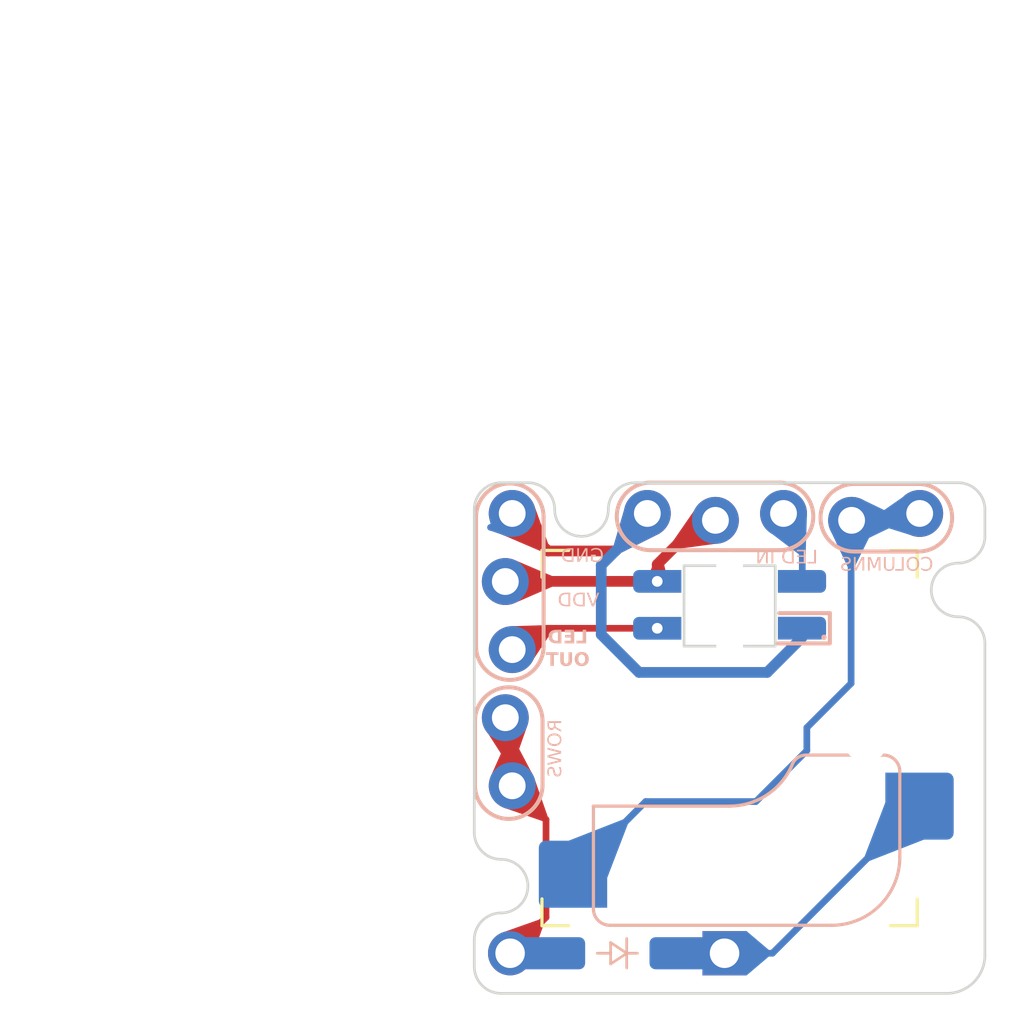
<source format=kicad_pcb>
(kicad_pcb (version 20221018) (generator pcbnew)
  (layers (0 "F.Cu" signal) (31 "B.Cu" signal) (34 "B.Paste" user) (35 "F.Paste" user) (36 "B.SilkS" user "B.Silkscreen") (37 "F.SilkS" user "F.Silkscreen") (38 "B.Mask" user) (39 "F.Mask" user) (44 "Edge.Cuts" user))
  (net 0 "")
  (net 1 "/Row")
  (net 2 "/Column")
  (net 3 "GND")
  (net 4 "Net-(J1-Pin_3)")
  (net 5 "Net-(J2-Pin_3)")
  (net 6 "VDD")
  (net 7 "Net-(D1-K)")
  (footprint "Amoeba_executive_footprints:amoeba_executive_5pinn_conn" (layer "F.Cu") (at 173.47 82.1 -90)
    (fp_text reference "J2" hide)
    (fp_text value "Conn_01x04_MountingPin" hide)
    (pad "1" thru_hole circle (at -5.08 -0.1286 90) (size 1.75 1.75) (drill 1) (layers "*.Cu" "F.Mask") (net 3 "GND"))
    (pad "2" thru_hole circle (at -2.54 0.1286 90) (size 1.75 1.75) (drill 1) (layers "*.Cu" "F.Mask") (net 6 "VDD"))
    (pad "3" thru_hole circle (at 0 -0.1286 90) (size 1.75 1.75) (drill 1) (layers "*.Cu" "F.Mask") (net 5 "Net-(J2-Pin_3)"))
    (pad "4" thru_hole circle (at 2.54 0.1286 90) (size 1.75 1.75) (drill 1) (layers "*.Cu" "F.Mask") (net 1 "/Row"))
    (pad "5" thru_hole circle (at 5.08 -0.1286 90) (size 1.75 1.75) (drill 1) (layers "*.Cu" "F.Mask") (net 1 "/Row"))
  )
  (footprint "Amoeba_executive_footprints:amoeba_executive_5pinn_conn" (layer "F.Cu") (at 183.72 77.1486)
    (fp_text reference "J1" hide)
    (fp_text value "Conn_01x04_MountingPin" hide)
    (pad "1" thru_hole circle (at -5.08 -0.1286 180) (size 1.75 1.75) (drill 1) (layers "*.Cu" "F.Mask") (net 3 "GND"))
    (pad "2" thru_hole circle (at -2.54 0.1286 180) (size 1.75 1.75) (drill 1) (layers "*.Cu" "F.Mask") (net 6 "VDD"))
    (pad "3" thru_hole circle (at 0 -0.1286 180) (size 1.75 1.75) (drill 1) (layers "*.Cu" "F.Mask") (net 4 "Net-(J1-Pin_3)"))
    (pad "4" thru_hole circle (at 2.54 0.1286 180) (size 1.75 1.75) (drill 1) (layers "*.Cu" "F.Mask") (net 2 "/Column"))
    (pad "5" thru_hole circle (at 5.08 -0.1286 180) (size 1.75 1.75) (drill 1) (layers "*.Cu" "F.Mask") (net 2 "/Column"))
  )
  (footprint "Amoeba_executive_footprints:Amoeba_MountingHole_2.2mm_M2_DIN965_Pad_TopOnly" (layer "F.Cu") (at 189.7837 93.4739)
    (fp_text reference "REF**" hide)
    (fp_text value "Amoeba_MountingHole_2.2mm_M2_DIN965_Pad_TopOnly" hide)
    (pad "" np_thru_hole circle (at 0 0) (size 2.1 2.1) (drill 2.1) (layers "F&B.Cu" "*.Mask"))
  )
  (footprint "ergodonk_kicad_library:2.54 gird" (layer "F.Cu") (at 178.68 86.5)
    (fp_text reference "REF**" hide)
    (fp_text value "2.54 gird" hide)
  )
  (footprint "Amoeba_executive_footprints:amoeba_executive_V4" (layer "F.Cu") (at 181.7087 85.3989)
    (fp_text reference "SW1" hide)
    (fp_text value "SW_PUSH_LED")
    (fp_line (start -5.08 2.54) (end -5.08 2.54) (stroke (width 0.12)) (layer "B.SilkS"))
    (fp_line (start -5.08 2.54) (end -5.08 2.54) (stroke (width 0.12)) (layer "B.SilkS"))
    (fp_line (start -5.08 6.36) (end -5.08 2.54) (stroke (width 0.12)) (layer "B.SilkS"))
    (fp_line (start -4.46 6.985) (end 3.81 6.985) (stroke (width 0.12)) (layer "B.SilkS"))
    (fp_line (start 0 2.54) (end -5.08 2.54) (stroke (width 0.12)) (layer "B.SilkS"))
    (fp_line (start 0 2.54) (end 0 2.54) (stroke (width 0.12)) (layer "B.SilkS"))
    (fp_line (start 1.8005 -3.529865) (end 3.7245 -3.529865) (stroke (width 0.15)) (layer "B.SilkS"))
    (fp_line (start 2.86 0.635) (end 5.72 0.635) (stroke (width 0.12)) (layer "B.SilkS"))
    (fp_line (start 3.7405 -4.659865) (end 1.8465 -4.659865) (stroke (width 0.15)) (layer "B.SilkS"))
    (fp_line (start 3.7405 -3.529865) (end 3.7405 -4.659865) (stroke (width 0.15)) (layer "B.SilkS"))
    (fp_line (start 3.81 6.985) (end 3.81 6.985) (stroke (width 0.12)) (layer "B.SilkS"))
    (fp_line (start 6.35 1.25) (end 6.35 4.445) (stroke (width 0.12)) (layer "B.SilkS"))
    (fp_line (start 6.35 4.445) (end 6.35 4.445) (stroke (width 0.12)) (layer "B.SilkS"))
    (fp_arc (start -4.465 6.985) (mid -4.899871 6.804871) (end -5.08 6.37) (stroke (width 0.12)) (layer "B.SilkS"))
    (fp_arc (start 2.34 0.98) (mid 1.405313 2.11213) (end 0 2.536928) (stroke (width 0.12)) (layer "B.SilkS"))
    (fp_arc (start 2.34 0.98) (mid 2.547384 0.727888) (end 2.859999 0.633863) (stroke (width 0.12)) (layer "B.SilkS"))
    (fp_arc (start 5.735129 0.635) (mid 6.170006 0.815123) (end 6.350129 1.25) (stroke (width 0.12)) (layer "B.SilkS"))
    (fp_arc (start 6.35 4.445) (mid 5.606051 6.241051) (end 3.81 6.985) (stroke (width 0.12)) (layer "B.SilkS"))
    (fp_circle (center 3.5205 -3.759865) (end 3.6205 -3.759865) (fill solid) (layer "B.SilkS"))
    (fp_line (start -7 -7) (end -7 -6) (stroke (width 0.12)) (layer "F.SilkS"))
    (fp_line (start -7 -7) (end -6 -7) (stroke (width 0.12)) (layer "F.SilkS"))
    (fp_line (start -7 7) (end -7 6) (stroke (width 0.12)) (layer "F.SilkS"))
    (fp_line (start -6 7) (end -7 7) (stroke (width 0.12)) (layer "F.SilkS"))
    (fp_line (start 7 -7) (end 6 -7) (stroke (width 0.12)) (layer "F.SilkS"))
    (fp_line (start 7 -6) (end 7 -7) (stroke (width 0.12)) (layer "F.SilkS"))
    (fp_line (start 7 6) (end 7 7) (stroke (width 0.12)) (layer "F.SilkS"))
    (fp_line (start 7 7) (end 6 7) (stroke (width 0.12)) (layer "F.SilkS"))
    (fp_line (start -1.6995 -6.429865) (end -1.6995 -3.429865) (stroke (width 0.1)) (layer "Edge.Cuts"))
    (fp_line (start 1.7005 -6.429865) (end -1.6995 -6.429865) (stroke (width 0.1)) (layer "Edge.Cuts"))
    (fp_line (start 1.7005 -3.429865) (end -1.6995 -3.429865) (stroke (width 0.1)) (layer "Edge.Cuts"))
    (fp_line (start 1.7005 -3.429865) (end 1.7005 -6.429865) (stroke (width 0.1)) (layer "Edge.Cuts"))
    (pad "" np_thru_hole circle locked (at -5.08 0 180) (size 1.75 1.75) (drill 1.75) (layers "*.Cu" "*.Mask"))
    (pad "" np_thru_hole circle locked (at -5.08 0 180) (size 1.75 1.75) (drill 1.75) (layers "*.Cu" "*.Mask"))
    (pad "" np_thru_hole circle locked (at -2.54 5.08 180) (size 3 3) (drill 3) (layers "*.Cu" "*.Mask"))
    (pad "" np_thru_hole circle locked (at 0 0 180) (size 3.9878 3.9878) (drill 3.9878) (layers "*.Cu" "*.Mask"))
    (pad "" np_thru_hole circle locked (at 0 0 180) (size 3.9878 3.9878) (drill 3.9878) (layers "*.Cu" "*.Mask"))
    (pad "" np_thru_hole circle locked (at 0.0005 -6.429865 180) (size 1 1) (drill 1) (layers "F&B.Cu" "*.Mask"))
    (pad "" np_thru_hole circle locked (at 0.0005 -3.430135 180) (size 1 1) (drill 1) (layers "F&B.Cu" "*.Mask"))
    (pad "" np_thru_hole circle locked (at 3.81 2.54 180) (size 3 3) (drill 3) (layers "*.Cu" "*.Mask"))
    (pad "" np_thru_hole circle locked (at 5.08 0 180) (size 1.75 1.75) (drill 1.75) (layers "*.Cu" "*.Mask"))
    (pad "" np_thru_hole circle locked (at 5.08 0 180) (size 1.75 1.75) (drill 1.75) (layers "*.Cu" "*.Mask"))
    (pad "1" smd custom locked (at -2.6995 -5.844865) (size 0.85 0.85) (layers "B.Cu") (net 6 "VDD") (clearance 0.2) (options (clearance outline) (anchor circle)) (primitives (gr_poly (pts (xy -0.9 -0.2125) (xy -0.883824 -0.29382) (xy -0.83776 -0.36276) (xy -0.76882 -0.408824) (xy -0.6875 -0.425) (xy 0.9 -0.425) (xy 0.9 0.425) (xy -0.6875 0.425) (xy -0.76882 0.408824) (xy -0.83776 0.36276) (xy -0.883824 0.29382) (xy -0.9 0.2125)) (width 0) (fill yes))))
    (pad "2" smd custom locked (at -2.6995 -4.094865 180) (size 0.85 0.85) (layers "B.Cu") (net 5 "Net-(J2-Pin_3)") (clearance 0.2) (options (clearance outline) (anchor circle)) (primitives (gr_poly (pts (xy -0.9 -0.425) (xy 0.6875 -0.425) (xy 0.76882 -0.408824) (xy 0.83776 -0.36276) (xy 0.883824 -0.29382) (xy 0.9 -0.2125) (xy 0.9 0.2125) (xy 0.883824 0.29382) (xy 0.83776 0.36276) (xy 0.76882 0.408824) (xy 0.6875 0.425) (xy -0.9 0.425)) (width 0) (fill yes))))
    (pad "3" smd custom locked (at 2.7005 -4.099865 180) (size 0.85 0.85) (layers "B.Cu") (net 3 "GND") (clearance 0.2) (options (clearance outline) (anchor circle)) (primitives (gr_poly (pts (xy 0.9 -0.425) (xy -0.6875 -0.425) (xy -0.76882 -0.408824) (xy -0.83776 -0.36276) (xy -0.883824 -0.29382) (xy -0.9 -0.2125) (xy -0.9 0.2125) (xy -0.883824 0.29382) (xy -0.83776 0.36276) (xy -0.76882 0.408824) (xy -0.6875 0.425) (xy 0.9 0.425)) (width 0) (fill yes))))
    (pad "4" smd custom locked (at 2.7005 -5.844865) (size 0.85 0.85) (layers "B.Cu") (net 4 "Net-(J1-Pin_3)") (clearance 0.2) (options (clearance outline) (anchor circle)) (primitives (gr_poly (pts (xy -0.9 -0.425) (xy 0.6875 -0.425) (xy 0.76882 -0.408824) (xy 0.83776 -0.36276) (xy 0.883824 -0.29382) (xy 0.9 -0.2125) (xy 0.9 0.2125) (xy 0.883824 0.29382) (xy 0.83776 0.36276) (xy 0.76882 0.408824) (xy 0.6875 0.425) (xy -0.9 0.425)) (width 0) (fill yes))))
    (pad "5" smd roundrect locked (at 7.085 2.54 180) (size 2.55 2.5) (layers "B.Cu" "B.Paste" "B.Mask") (roundrect_rratio 0.1) (chamfer_ratio 0) (chamfer top_right bottom_right) (net 7 "Net-(D1-K)"))
    (pad "6" smd roundrect locked (at -5.842 5.08 180) (size 2.55 2.5) (layers "B.Cu" "B.Paste" "B.Mask") (roundrect_rratio 0.1) (chamfer_ratio 0) (chamfer top_left bottom_left) (net 2 "/Column"))
  )
  (footprint "Amoeba_executive_footprints:D_SOD-123_DO-35_Hybrid_Single_sided" (layer "B.Cu") (at 177.52 93.4272 180)
    (fp_text reference "D1" hide)
    (fp_text value "D" hide)
    (fp_line (start -0.75 0) (end -0.35 0) (stroke (width 0.1)) (layer "B.SilkS"))
    (fp_line (start -0.35 0) (end -0.35 -0.55) (stroke (width 0.1)) (layer "B.SilkS"))
    (fp_line (start -0.35 0) (end -0.35 0.55) (stroke (width 0.1)) (layer "B.SilkS"))
    (fp_line (start -0.35 0) (end 0.25 0.4) (stroke (width 0.1)) (layer "B.SilkS"))
    (fp_line (start 0.25 -0.4) (end -0.35 0) (stroke (width 0.1)) (layer "B.SilkS"))
    (fp_line (start 0.25 0) (end 0.75 0) (stroke (width 0.1)) (layer "B.SilkS"))
    (fp_line (start 0.25 0.4) (end 0.25 -0.4) (stroke (width 0.1)) (layer "B.SilkS"))
    (fp_line (start -0.75 0) (end -0.35 0) (stroke (width 0.1)) (layer "F.SilkS"))
    (fp_line (start -0.35 0) (end -0.35 -0.55) (stroke (width 0.1)) (layer "F.SilkS"))
    (fp_line (start -0.35 0) (end -0.35 0.55) (stroke (width 0.1)) (layer "F.SilkS"))
    (fp_line (start -0.35 0) (end 0.25 -0.4) (stroke (width 0.1)) (layer "F.SilkS"))
    (fp_line (start 0.25 -0.4) (end 0.25 0.4) (stroke (width 0.1)) (layer "F.SilkS"))
    (fp_line (start 0.25 0) (end 0.75 0) (stroke (width 0.1)) (layer "F.SilkS"))
    (fp_line (start 0.25 0.4) (end -0.35 0) (stroke (width 0.1)) (layer "F.SilkS"))
    (pad "1" thru_hole rect (at -4 0 180) (size 1.65 1.65) (drill 1.1) (layers "*.Cu" "F.Mask") (net 7 "Net-(D1-K)"))
    (pad "1" smd rect (at -2.7 0 180) (size 1.6 1.2) (layers "B.Cu") (net 7 "Net-(D1-K)"))
    (pad "1" smd roundrect (at -1.65 0 180) (size 0.9 1.2) (layers "B.Cu" "B.Paste" "B.Mask") (net 7 "Net-(D1-K)"))
    (pad "2" smd roundrect (at 1.65 0 180) (size 0.9 1.2) (layers "B.Cu" "B.Paste" "B.Mask") (net 1 "/Row"))
    (pad "2" smd rect (at 2.7 0 180) (size 1.6 1.2) (layers "B.Cu") (net 1 "/Row"))
    (pad "2" thru_hole circle (at 4 0 180) (size 1.65 1.65) (drill 1.1) (layers "*.Cu" "F.Mask") (net 1 "/Row"))
  )
  (gr_arc (start 172.25 77.16) (mid 173.51 75.9) (end 174.77 77.16) (stroke (width 0.15)) (layer "B.SilkS"))
  (gr_line (start 178.76 75.87) (end 183.57 75.87) (stroke (width 0.15)) (layer "B.SilkS"))
  (gr_line (start 174.77 77.16) (end 174.77 81.97) (stroke (width 0.15)) (layer "B.SilkS"))
  (gr_line (start 186.36 75.92) (end 188.75 75.92) (stroke (width 0.15)) (layer "B.SilkS"))
  (gr_line (start 174.73 84.765) (end 174.73 87.155) (stroke (width 0.15)) (layer "B.SilkS"))
  (gr_arc (start 174.73 87.155) (mid 173.47 88.415) (end 172.21 87.155) (stroke (width 0.15)) (layer "B.SilkS"))
  (gr_arc (start 186.36 78.44) (mid 185.1 77.18) (end 186.36 75.92) (stroke (width 0.15)) (layer "B.SilkS"))
  (gr_line (start 183.57 78.39) (end 178.76 78.39) (stroke (width 0.15)) (layer "B.SilkS"))
  (gr_line (start 172.25 81.97) (end 172.25 77.16) (stroke (width 0.15)) (layer "B.SilkS"))
  (gr_arc (start 188.75 75.92) (mid 190.01 77.18) (end 188.75 78.44) (stroke (width 0.15)) (layer "B.SilkS"))
  (gr_arc (start 174.77 81.97) (mid 173.51 83.23) (end 172.25 81.97) (stroke (width 0.15)) (layer "B.SilkS"))
  (gr_line (start 188.75 78.44) (end 186.36 78.44) (stroke (width 0.15)) (layer "B.SilkS"))
  (gr_arc (start 183.57 75.87) (mid 184.83 77.13) (end 183.57 78.39) (stroke (width 0.15)) (layer "B.SilkS"))
  (gr_arc (start 178.76 78.39) (mid 177.5 77.13) (end 178.76 75.87) (stroke (width 0.15)) (layer "B.SilkS"))
  (gr_arc (start 172.21 84.765) (mid 173.47 83.505) (end 174.73 84.765) (stroke (width 0.15)) (layer "B.SilkS"))
  (gr_line (start 172.21 87.155) (end 172.21 84.765) (stroke (width 0.15)) (layer "B.SilkS"))
  (gr_arc (start 172.1837 76.8739) (mid 172.476594 76.166795) (end 173.1837 75.8739) (stroke (width 0.1)) (layer "Edge.Cuts"))
  (gr_arc (start 174.184 75.8739) (mid 174.891107 76.166793) (end 175.184 76.8739) (stroke (width 0.1)) (layer "Edge.Cuts"))
  (gr_line (start 178.184 75.8739) (end 190.2337 75.8739) (stroke (width 0.1)) (layer "Edge.Cuts"))
  (gr_arc (start 173.1837 89.924001) (mid 172.476593 89.631108) (end 172.1837 88.924001) (stroke (width 0.1)) (layer "Edge.Cuts"))
  (gr_arc (start 177.184 76.8739) (mid 177.476893 76.166793) (end 178.184 75.8739) (stroke (width 0.1)) (layer "Edge.Cuts"))
  (gr_arc (start 191.2337 93.4999) (mid 190.809468 94.513922) (end 189.789543 94.923757) (stroke (width 0.1)) (layer "Edge.Cuts"))
  (gr_line (start 191.2337 81.874) (end 191.2337 93.4999) (stroke (width 0.1)) (layer "Edge.Cuts"))
  (gr_arc (start 190.2337 80.874) (mid 190.940807 81.166893) (end 191.2337 81.874) (stroke (width 0.1)) (layer "Edge.Cuts"))
  (gr_arc (start 189.2337 79.874) (mid 189.526593 79.166893) (end 190.2337 78.874) (stroke (width 0.1)) (layer "Edge.Cuts"))
  (gr_line (start 172.1837 76.8739) (end 172.1837 88.924001) (stroke (width 0.1)) (layer "Edge.Cuts"))
  (gr_line (start 173.1837 75.8739) (end 174.184 75.8739) (stroke (width 0.1)) (layer "Edge.Cuts"))
  (gr_arc (start 173.1837 89.924001) (mid 173.890807 90.216894) (end 174.1837 90.924001) (stroke (width 0.1)) (layer "Edge.Cuts"))
  (gr_arc (start 173.1837 94.9239) (mid 172.476593 94.631007) (end 172.1837 93.9239) (stroke (width 0.1)) (layer "Edge.Cuts"))
  (gr_arc (start 174.1837 90.924001) (mid 173.890807 91.631108) (end 173.1837 91.924001) (stroke (width 0.1)) (layer "Edge.Cuts"))
  (gr_arc (start 176.184 77.8739) (mid 175.476893 77.581007) (end 175.184 76.8739) (stroke (width 0.1)) (layer "Edge.Cuts"))
  (gr_line (start 172.1837 93.9239) (end 172.1837 92.924001) (stroke (width 0.1)) (layer "Edge.Cuts"))
  (gr_line (start 189.789543 94.923757) (end 173.1837 94.9239) (stroke (width 0.1)) (layer "Edge.Cuts"))
  (gr_arc (start 190.2337 75.8739) (mid 190.940805 76.166795) (end 191.2337 76.8739) (stroke (width 0.1)) (layer "Edge.Cuts"))
  (gr_arc (start 177.184 76.8739) (mid 176.891107 77.581007) (end 176.184 77.8739) (stroke (width 0.1)) (layer "Edge.Cuts"))
  (gr_line (start 191.2337 76.8739) (end 191.2337 77.874) (stroke (width 0.1)) (layer "Edge.Cuts"))
  (gr_arc (start 190.2337 80.874) (mid 189.526593 80.581107) (end 189.2337 79.874) (stroke (width 0.1)) (layer "Edge.Cuts"))
  (gr_arc (start 191.2337 77.874) (mid 190.940807 78.581107) (end 190.2337 78.874) (stroke (width 0.1)) (layer "Edge.Cuts"))
  (gr_arc (start 172.1837 92.924001) (mid 172.476593 92.216894) (end 173.1837 91.924001) (stroke (width 0.1)) (layer "Edge.Cuts"))
  (gr_text "LED IN" (at 185 78.97) (layer "B.SilkS") (effects (font (size 0.5 0.5) (thickness 0.125)) (justify left bottom mirror)))
  (gr_text "GND" (at 177.02 78.91) (layer "B.SilkS") (effects (font (size 0.5 0.5) (thickness 0.125)) (justify left bottom mirror)))
  (gr_text "COLUMNS" (at 189.31 79.24) (layer "B.SilkS") (effects (font (size 0.5 0.5) (thickness 0.125)) (justify left bottom mirror)))
  (gr_text "LED\nOUT" (at 175.67 82.08) (layer "B.SilkS") (effects (font (size 0.5 0.5) (thickness 0.1) bold) (justify mirror)))
  (gr_text "VDD" (at 176.85 80.57) (layer "B.SilkS") (effects (font (size 0.5 0.5) (thickness 0.125)) (justify left bottom mirror)))
  (gr_text "ROWS" (at 175.51 84.7 90) (layer "B.SilkS") (effects (font (size 0.5 0.5) (thickness 0.125)) (justify left bottom mirror)))
  (segment (start 173.5986 87.18) (end 174.86 88.4414) (width 0.25) (layer "F.Cu") (net 1))
  (segment (start 173.5414 87.41) (end 173.5414 85.1272) (width 0.25) (layer "F.Cu") (net 1))
  (segment (start 174.86 88.4414) (end 174.86 92.0872) (width 0.25) (layer "F.Cu") (net 1))
  (segment (start 174.86 92.0872) (end 173.52 93.4272) (width 0.25) (layer "F.Cu") (net 1))
  (segment (start 173.5414 85.1272) (end 173.7986 84.87) (width 0.25) (layer "F.Cu") (net 1))
  (segment (start 186.4328 77.2828) (end 186.69 77.54) (width 0.25) (layer "F.Cu") (net 2))
  (segment (start 182.689931 87.7678) (end 178.5778 87.7678) (width 0.25) (layer "B.Cu") (net 2))
  (segment (start 184.59 85.01) (end 184.59 85.867731) (width 0.25) (layer "B.Cu") (net 2))
  (segment (start 175.8667 90.4789) (end 175.34 89.9522) (width 0.25) (layer "B.Cu") (net 2))
  (segment (start 188.7814 77.2689) (end 188.7803 77.27) (width 0.25) (layer "B.Cu") (net 2))
  (segment (start 184.59 85.867731) (end 182.689931 87.7678) (width 0.25) (layer "B.Cu") (net 2))
  (segment (start 188.5428 77.2772) (end 188.8 77.02) (width 0.25) (layer "B.Cu") (net 2))
  (segment (start 178.5778 87.7678) (end 175.8667 90.4789) (width 0.25) (layer "B.Cu") (net 2))
  (segment (start 186.2414 83.3586) (end 184.59 85.01) (width 0.25) (layer "B.Cu") (net 2))
  (segment (start 186.2414 77.27) (end 186.2414 83.3586) (width 0.25) (layer "B.Cu") (net 2))
  (segment (start 186.26 77.2772) (end 188.5428 77.2772) (width 0.25) (layer "B.Cu") (net 2))
  (segment (start 177.4514 78.42) (end 174.931701 78.42) (width 0.4) (layer "F.Cu") (net 3))
  (segment (start 178.6214 77.25) (end 178.534097 77.337303) (width 0.25) (layer "F.Cu") (net 3))
  (segment (start 173.999494 77.2828) (end 173.894829 77.310846) (width 0.25) (layer "F.Cu") (net 3))
  (segment (start 174.931701 78.42) (end 173.849004 77.337303) (width 0.4) (layer "F.Cu") (net 3))
  (segment (start 178.534097 77.337303) (end 177.4514 78.42) (width 0.4) (layer "F.Cu") (net 3))
  (segment (start 173.894829 77.310846) (end 173.849004 77.337303) (width 0.25) (layer "F.Cu") (net 3))
  (segment (start 178.33 82.95) (end 183.11 82.95) (width 0.4) (layer "B.Cu") (net 3))
  (segment (start 184.4092 81.6508) (end 184.4092 81.299035) (width 0.25) (layer "B.Cu") (net 3))
  (segment (start 176.92 81.54) (end 178.33 82.95) (width 0.4) (layer "B.Cu") (net 3))
  (segment (start 172.7901 77.54) (end 173.5801 77.54) (width 0.25) (layer "B.Cu") (net 3))
  (segment (start 178.6214 77.25) (end 176.92 78.9514) (width 0.4) (layer "B.Cu") (net 3))
  (segment (start 176.92 78.9514) (end 176.92 81.54) (width 0.4) (layer "B.Cu") (net 3))
  (segment (start 183.11 82.95) (end 184.4092 81.6508) (width 0.4) (layer "B.Cu") (net 3))
  (segment (start 184.57 79.393235) (end 184.4092 79.554035) (width 0.25) (layer "B.Cu") (net 4))
  (segment (start 184.4092 79.554035) (end 184.42 79.543235) (width 0.25) (layer "B.Cu") (net 4))
  (segment (start 183.7014 77.5014) (end 183.7014 77.25) (width 0.25) (layer "B.Cu") (net 4))
  (segment (start 184.42 79.543235) (end 184.42 78.22) (width 0.25) (layer "B.Cu") (net 4))
  (segment (start 184.42 78.22) (end 183.7014 77.5014) (width 0.25) (layer "B.Cu") (net 4))
  (segment (start 173.7986 82.3114) (end 174.805965 81.304035) (width 0.25) (layer "F.Cu") (net 5))
  (segment (start 174.805965 81.304035) (end 179.0092 81.304035) (width 0.25) (layer "F.Cu") (net 5))
  (segment (start 173.7986 82.33) (end 173.7986 82.3114) (width 0.25) (layer "F.Cu") (net 5))
  (segment (start 173.5214 82.35) (end 173.5414 82.33) (width 0.25) (layer "F.Cu") (net 5))
  (via (at 179.0092 81.304035) (size 0.8) (drill 0.4) (layers "F.Cu" "B.Cu") (net 5))
  (segment (start 180.6528 77.2772) (end 181.18 77.2772) (width 0.25) (layer "F.Cu") (net 6))
  (segment (start 173.5787 79.7527) (end 173.5787 79.79) (width 0.25) (layer "F.Cu") (net 6))
  (segment (start 179.009202 79.554035) (end 179.009202 78.920798) (width 0.4) (layer "F.Cu") (net 6))
  (segment (start 173.777365 79.554035) (end 179.009198 79.554035) (width 0.4) (layer "F.Cu") (net 6))
  (segment (start 179.009202 79.554035) (end 179.009198 79.554035) (width 0.25) (layer "F.Cu") (net 6))
  (segment (start 179.009202 78.920798) (end 180.6528 77.2772) (width 0.4) (layer "F.Cu") (net 6))
  (segment (start 173.777365 79.554035) (end 173.5787 79.7527) (width 0.25) (layer "F.Cu") (net 6))
  (via (at 179.009202 79.554035) (size 0.8) (drill 0.4) (layers "F.Cu" "B.Cu") (net 6))
  (segment (start 179.0092 79.554035) (end 179.009202 79.554035) (width 0.5) (layer "B.Cu") (net 6))
  (segment (start 181.52 93.4272) (end 183.3054 93.4272) (width 0.25) (layer "B.Cu") (net 7))
  (segment (start 183.3054 93.4272) (end 188.7937 87.9389) (width 0.25) (layer "B.Cu") (net 7))
)
</source>
